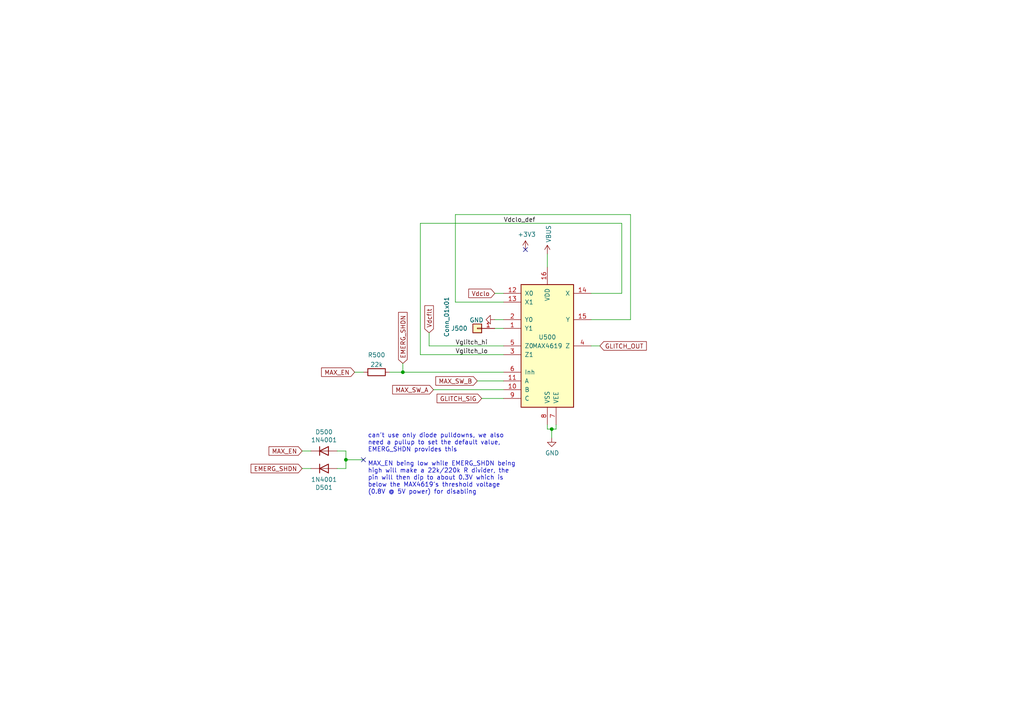
<source format=kicad_sch>
(kicad_sch (version 20211123) (generator eeschema)
  (paper "A4")
  (lib_symbols
    (symbol "4xxx:4053" (pin_names (offset 1.016))
      (property "Reference" "U" (at -7.62 19.05 0))
      (property "Value" "4053" (at -7.62 -19.05 0))
      (symbol "4053_1_0"
        (pin passive line (at -12.7 5.08 0) (length 5.08) (name "Y1") (number "1"))
        (pin input line (at -12.7 -12.7 0) (length 5.08) (name "B") (number "10"))
        (pin input line (at -12.7 -10.16 0) (length 5.08) (name "A") (number "11"))
        (pin passive line (at -12.7 15.24 0) (length 5.08) (name "X0") (number "12"))
        (pin passive line (at -12.7 12.7 0) (length 5.08) (name "X1") (number "13"))
        (pin passive line (at 12.7 15.24 180) (length 5.08) (name "X") (number "14"))
        (pin passive line (at 12.7 7.62 180) (length 5.08) (name "Y") (number "15"))
        (pin power_in line (at 0 22.86 270) (length 5.08) (name "VDD") (number "16"))
        (pin passive line (at -12.7 7.62 0) (length 5.08) (name "Y0") (number "2"))
        (pin passive line (at -12.7 -2.54 0) (length 5.08) (name "Z1") (number "3"))
        (pin passive line (at 12.7 0 180) (length 5.08) (name "Z") (number "4"))
        (pin passive line (at -12.7 0 0) (length 5.08) (name "Z0") (number "5"))
        (pin input line (at -12.7 -7.62 0) (length 5.08) (name "Inh") (number "6"))
        (pin power_in line (at 2.54 -22.86 90) (length 5.08) (name "VEE") (number "7"))
        (pin power_in line (at 0 -22.86 90) (length 5.08) (name "VSS") (number "8"))
        (pin input line (at -12.7 -15.24 0) (length 5.08) (name "C") (number "9"))
      )
      (symbol "4053_1_1"
        (rectangle (start -7.62 17.78) (end 7.62 -17.78) (stroke (width 0.254)) (fill (type background)))
      )
    )
    (symbol "Connector_Generic:Conn_01x01" (pin_names (offset 1.016) hide)
      (property "Reference" "J" (at 0 2.54 0))
      (property "Value" "Conn_01x01" (at 0 -2.54 0))
      (symbol "Conn_01x01_1_1"
        (rectangle (start -1.27 0.127) (end 0 -0.127) (stroke (width 0.1524)))
        (rectangle (start -1.27 1.27) (end 1.27 -1.27) (stroke (width 0.254)) (fill (type background)))
        (pin passive line (at -5.08 0 0) (length 3.81) (name "Pin_1") (number "1"))
      )
    )
    (symbol "Device:D" (pin_numbers hide) (pin_names (offset 1.016) hide)
      (property "Reference" "D" (at 0 2.54 0))
      (property "Value" "D" (at 0 -2.54 0))
      (symbol "D_0_1"
        (polyline (pts (xy -1.27 1.27) (xy -1.27 -1.27)) (stroke (width 0.254)))
        (polyline (pts (xy 1.27 0) (xy -1.27 0)))
        (polyline (pts (xy 1.27 1.27) (xy 1.27 -1.27) (xy -1.27 0) (xy 1.27 1.27)) (stroke (width 0.254)))
      )
      (symbol "D_1_1"
        (pin passive line (at -3.81 0 0) (length 2.54) (name "K") (number "1"))
        (pin passive line (at 3.81 0 180) (length 2.54) (name "A") (number "2"))
      )
    )
    (symbol "Device:R" (pin_numbers hide) (pin_names (offset 0))
      (property "Reference" "R" (at 2.032 0 90))
      (property "Value" "R" (at 0 0 90))
      (symbol "R_0_1"
        (rectangle (start -1.016 -2.54) (end 1.016 2.54) (stroke (width 0.254)))
      )
      (symbol "R_1_1"
        (pin passive line (at 0 3.81 270) (length 1.27) (name "~") (number "1"))
        (pin passive line (at 0 -3.81 90) (length 1.27) (name "~") (number "2"))
      )
    )
    (symbol "power:+3V3" (power) (pin_names (offset 0))
      (property "Value" "+3V3" (at 0 3.556 0))
      (symbol "+3V3_0_1"
        (polyline (pts (xy -0.762 1.27) (xy 0 2.54)))
        (polyline (pts (xy 0 0) (xy 0 2.54)))
        (polyline (pts (xy 0 2.54) (xy 0.762 1.27)))
      )
      (symbol "+3V3_1_1"
        (pin power_in line (at 0 0 90) (length 0) hide (name "+3V3") (number "1"))
      )
    )
    (symbol "power:GND" (power) (pin_names (offset 0))
      (property "Value" "GND" (at 0 -3.81 0))
      (symbol "GND_0_1"
        (polyline (pts (xy 0 0) (xy 0 -1.27) (xy 1.27 -1.27) (xy 0 -2.54) (xy -1.27 -1.27) (xy 0 -1.27)))
      )
      (symbol "GND_1_1"
        (pin power_in line (at 0 0 270) (length 0) hide (name "GND") (number "1"))
      )
    )
    (symbol "power:VBUS" (power) (pin_names (offset 0))
      (property "Value" "VBUS" (at 0 3.81 0))
      (symbol "VBUS_0_1"
        (polyline (pts (xy -0.762 1.27) (xy 0 2.54)))
        (polyline (pts (xy 0 0) (xy 0 2.54)))
        (polyline (pts (xy 0 2.54) (xy 0.762 1.27)))
      )
      (symbol "VBUS_1_1"
        (pin power_in line (at 0 0 90) (length 0) hide (name "VBUS") (number "1"))
      )
    )
  )
  (junction (at 100.33 133.35))
  (junction (at 160.02 124.46))
  (junction (at 116.84 107.95))
  (no_connect (at 152.4 72.39))
  (no_connect (at 105.41 133.35))
  (wire (pts (xy 113.03 107.95) (xy 116.84 107.95)))
  (wire (pts (xy 138.43 110.49) (xy 146.05 110.49)))
  (wire (pts (xy 90.17 130.81) (xy 87.63 130.81)))
  (wire (pts (xy 161.29 124.46) (xy 161.29 123.19)))
  (wire (pts (xy 143.51 95.25) (xy 146.05 95.25)))
  (wire (pts (xy 121.92 102.87) (xy 146.05 102.87)))
  (wire (pts (xy 180.34 64.77) (xy 121.92 64.77)))
  (wire (pts (xy 132.08 87.63) (xy 132.08 62.23)))
  (wire (pts (xy 97.79 135.89) (xy 100.33 135.89)))
  (wire (pts (xy 180.34 64.77) (xy 180.34 85.09)))
  (wire (pts (xy 146.05 92.71) (xy 143.51 92.71)))
  (wire (pts (xy 171.45 85.09) (xy 180.34 85.09)))
  (wire (pts (xy 160.02 124.46) (xy 161.29 124.46)))
  (wire (pts (xy 124.46 96.52) (xy 124.46 100.33)))
  (wire (pts (xy 116.84 107.95) (xy 146.05 107.95)))
  (wire (pts (xy 124.46 100.33) (xy 146.05 100.33)))
  (wire (pts (xy 139.7 115.57) (xy 146.05 115.57)))
  (wire (pts (xy 100.33 133.35) (xy 105.41 133.35)))
  (wire (pts (xy 116.84 105.41) (xy 116.84 107.95)))
  (wire (pts (xy 125.73 113.03) (xy 146.05 113.03)))
  (wire (pts (xy 146.05 87.63) (xy 132.08 87.63)))
  (wire (pts (xy 158.75 124.46) (xy 160.02 124.46)))
  (wire (pts (xy 158.75 77.47) (xy 158.75 73.66)))
  (wire (pts (xy 121.92 64.77) (xy 121.92 102.87)))
  (wire (pts (xy 87.63 135.89) (xy 90.17 135.89)))
  (wire (pts (xy 132.08 62.23) (xy 182.88 62.23)))
  (wire (pts (xy 158.75 124.46) (xy 158.75 123.19)))
  (wire (pts (xy 97.79 130.81) (xy 100.33 130.81)))
  (wire (pts (xy 173.99 100.33) (xy 171.45 100.33)))
  (wire (pts (xy 160.02 124.46) (xy 160.02 127)))
  (wire (pts (xy 100.33 130.81) (xy 100.33 133.35)))
  (wire (pts (xy 143.51 85.09) (xy 146.05 85.09)))
  (wire (pts (xy 100.33 133.35) (xy 100.33 135.89)))
  (wire (pts (xy 182.88 92.71) (xy 171.45 92.71)))
  (wire (pts (xy 105.41 107.95) (xy 102.87 107.95)))
  (wire (pts (xy 182.88 62.23) (xy 182.88 92.71)))
  (text "can't use only diode pulldowns, we also\nneed a pullup to set the default value,\nEMERG_SHDN provides this\n\nMAX_EN being low while EMERG_SHDN being\nhigh will make a 22k/220k R divider, the\npin will then dip to about 0.3V which is\nbelow the MAX4619's threshold voltage\n(0.8V @ 5V power) for disabling" (at 106.68 143.51 0) (effects (font (size 1.27 1.27)) (justify left bottom)))
  (label "Vglitch_lo" (at 132.08 102.87 0))
  (label "Vdclo_def" (at 146.05 64.77 0))
  (label "Vglitch_hi" (at 132.08 100.33 0))
  (global_label "EMERG_SHDN" (shape input) (at 87.63 135.89 180) (property "Intersheet References" "${INTERSHEET_REFS}" (effects hide)))
  (global_label "MAX_EN" (shape input) (at 87.63 130.81 180) (property "Intersheet References" "${INTERSHEET_REFS}" (effects hide)))
  (global_label "MAX_EN" (shape input) (at 102.87 107.95 180) (property "Intersheet References" "${INTERSHEET_REFS}" (effects hide)))
  (global_label "MAX_SW_B" (shape input) (at 138.43 110.49 180) (property "Intersheet References" "${INTERSHEET_REFS}" (effects hide)))
  (global_label "Vdclo" (shape input) (at 143.51 85.09 180) (property "Intersheet References" "${INTERSHEET_REFS}" (effects hide)))
  (global_label "GLITCH_SIG" (shape input) (at 139.7 115.57 180) (property "Intersheet References" "${INTERSHEET_REFS}" (effects hide)))
  (global_label "GLITCH_OUT" (shape input) (at 173.99 100.33 0) (property "Intersheet References" "${INTERSHEET_REFS}" (effects hide)))
  (global_label "EMERG_SHDN" (shape input) (at 116.84 105.41 90) (property "Intersheet References" "${INTERSHEET_REFS}" (effects hide)))
  (global_label "Vdcflt" (shape input) (at 124.46 96.52 90) (property "Intersheet References" "${INTERSHEET_REFS}" (effects hide)))
  (global_label "MAX_SW_A" (shape input) (at 125.73 113.03 180) (property "Intersheet References" "${INTERSHEET_REFS}" (effects hide)))
  (symbol (lib_id "power:VBUS") (at 158.75 73.66 0) (unit 1)
    (property "Reference" "#PWR0156" (effects hide))
    (property "Value" "VBUS" (at 159.131 70.4088 90) (effects (justify left)))
  )
  (symbol (lib_id "Connector_Generic:Conn_01x01") (at 138.43 95.25 180) (unit 1)
    (property "Reference" "J500" (at 130.81 95.25 0) (effects (justify right)))
    (property "Value" "Conn_01x01" (at 129.54 97.79 90) (effects (justify right)))
    (property "Footprint" "Connector_PinHeader_2.54mm:PinHeader_1x01_P2.54mm_Vertical" (effects hide))
  )
  (symbol (lib_id "4xxx:4053") (at 158.75 100.33 0) (unit 1)
    (property "Reference" "U500" (at 158.75 97.79 0))
    (property "Value" "MAX4619" (at 158.75 100.33 0))
    (property "Footprint" "Package_SO:SO-16_3.9x9.9mm_P1.27mm" (effects hide))
    (property "Datasheet" "http://www.intersil.com/content/dam/Intersil/documents/cd40/cd4051bms-52bms-53bms.pdf" (effects hide))
  )
  (symbol (lib_id "power:GND") (at 160.02 127 0) (unit 1)
    (property "Reference" "#PWR0149" (effects hide))
    (property "Value" "GND" (at 160.147 131.3942 0))
  )
  (symbol (lib_id "power:GND") (at 143.51 92.71 270) (unit 1)
    (property "Reference" "#PWR0150" (effects hide))
    (property "Value" "GND" (at 140.2588 92.837 90) (effects (justify right)))
  )
  (symbol (lib_id "power:+3V3") (at 152.4 72.39 0) (unit 1)
    (property "Reference" "#PWR0152" (effects hide))
    (property "Value" "+3V3" (at 152.781 67.9958 0))
  )
  (symbol (lib_id "Device:R") (at 109.22 107.95 90) (unit 1)
    (property "Reference" "R500" (at 109.22 102.9675 90))
    (property "Value" "22k" (at 109.22 105.7426 90))
    (property "Footprint" "Resistor_SMD:R_0805_2012Metric_Pad1.20x1.40mm_HandSolder" (effects hide))
  )
  (symbol (lib_id "Device:D") (at 93.98 130.81 0) (unit 1) (in_bom no) (on_board no)
    (property "Reference" "D500" (at 93.98 125.2982 0))
    (property "Value" "1N4001" (at 93.98 127.6096 0))
    (property "Footprint" "Diode_SMD:D_SOD-123" (effects hide))
  )
  (symbol (lib_id "Device:D") (at 93.98 135.89 0) (mirror x) (unit 1) (in_bom no) (on_board no)
    (property "Reference" "D501" (at 93.98 141.4018 0))
    (property "Value" "1N4001" (at 93.98 139.0904 0))
    (property "Footprint" "Diode_SMD:D_SOD-123" (effects hide))
  )
)
</source>
